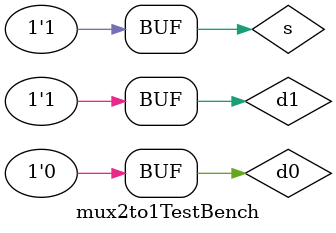
<source format=v>
module mux2to1 (
    d0, d1, s, y
);
input d0, d1, s;
output y;

wire sbar, w1, w2;

not g1(sbar, s);
and g2(w1, d0, sbar);
and g3(w2, d1, s);
or g4(y, w1, w2);
    
endmodule

module mux2to1TestBench;
reg d0, d1, s;
wire y;

mux2to1 i(d0, d1, s, y);

initial begin
    s=1'b0; d0=1'b0; d1=1'b0;

    $monitor("Time: %0t d0=%b d1=%b s=%b y=%b", $time, d0, d1, s, y);
    #5 s=1'b0; d0=1'b1; d1=1'b0;
    #5 s=1'b0; d0=1'b0; d1=1'b1;
    #5 s=1'b1; d0=1'b1; d1=1'b0;
    #5 s=1'b1; d0=1'b0; d1=1'b1;
end
endmodule
</source>
